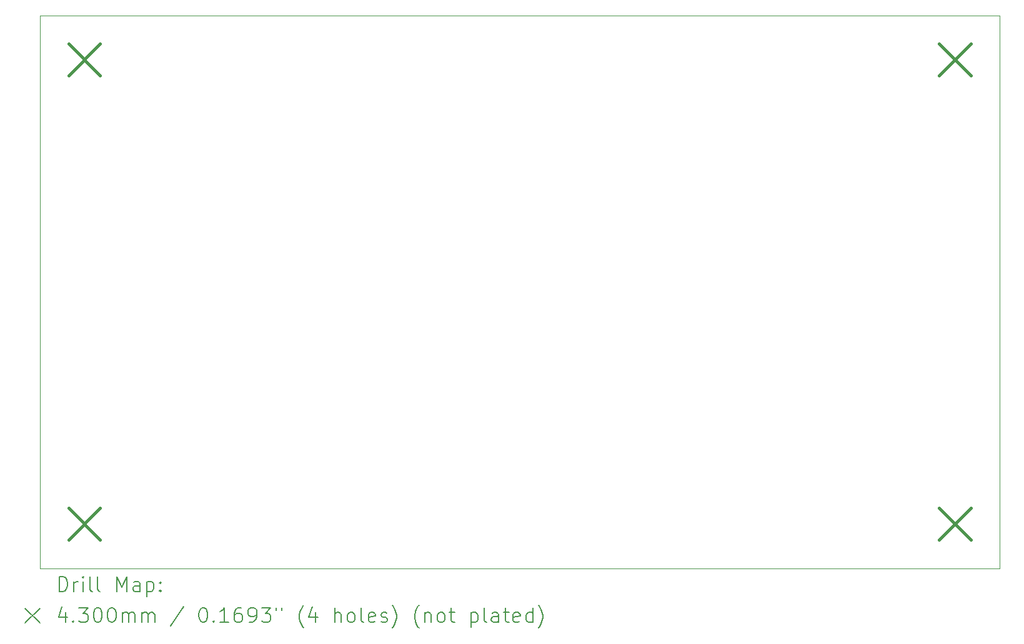
<source format=gbr>
%TF.GenerationSoftware,KiCad,Pcbnew,8.0.5*%
%TF.CreationDate,2024-11-10T22:18:10+02:00*%
%TF.ProjectId,LockBoard,4c6f636b-426f-4617-9264-2e6b69636164,rev?*%
%TF.SameCoordinates,Original*%
%TF.FileFunction,Drillmap*%
%TF.FilePolarity,Positive*%
%FSLAX45Y45*%
G04 Gerber Fmt 4.5, Leading zero omitted, Abs format (unit mm)*
G04 Created by KiCad (PCBNEW 8.0.5) date 2024-11-10 22:18:10*
%MOMM*%
%LPD*%
G01*
G04 APERTURE LIST*
%ADD10C,0.050000*%
%ADD11C,0.200000*%
%ADD12C,0.430000*%
G04 APERTURE END LIST*
D10*
X6250000Y-6400000D02*
X19250000Y-6400000D01*
X19250000Y-13900000D01*
X6250000Y-13900000D01*
X6250000Y-6400000D01*
D11*
D12*
X6635000Y-6785000D02*
X7065000Y-7215000D01*
X7065000Y-6785000D02*
X6635000Y-7215000D01*
X6635000Y-13085000D02*
X7065000Y-13515000D01*
X7065000Y-13085000D02*
X6635000Y-13515000D01*
X18435000Y-6785000D02*
X18865000Y-7215000D01*
X18865000Y-6785000D02*
X18435000Y-7215000D01*
X18435000Y-13085000D02*
X18865000Y-13515000D01*
X18865000Y-13085000D02*
X18435000Y-13515000D01*
D11*
X6508277Y-14213984D02*
X6508277Y-14013984D01*
X6508277Y-14013984D02*
X6555896Y-14013984D01*
X6555896Y-14013984D02*
X6584467Y-14023508D01*
X6584467Y-14023508D02*
X6603515Y-14042555D01*
X6603515Y-14042555D02*
X6613039Y-14061603D01*
X6613039Y-14061603D02*
X6622562Y-14099698D01*
X6622562Y-14099698D02*
X6622562Y-14128269D01*
X6622562Y-14128269D02*
X6613039Y-14166365D01*
X6613039Y-14166365D02*
X6603515Y-14185412D01*
X6603515Y-14185412D02*
X6584467Y-14204460D01*
X6584467Y-14204460D02*
X6555896Y-14213984D01*
X6555896Y-14213984D02*
X6508277Y-14213984D01*
X6708277Y-14213984D02*
X6708277Y-14080650D01*
X6708277Y-14118746D02*
X6717801Y-14099698D01*
X6717801Y-14099698D02*
X6727324Y-14090174D01*
X6727324Y-14090174D02*
X6746372Y-14080650D01*
X6746372Y-14080650D02*
X6765420Y-14080650D01*
X6832086Y-14213984D02*
X6832086Y-14080650D01*
X6832086Y-14013984D02*
X6822562Y-14023508D01*
X6822562Y-14023508D02*
X6832086Y-14033031D01*
X6832086Y-14033031D02*
X6841610Y-14023508D01*
X6841610Y-14023508D02*
X6832086Y-14013984D01*
X6832086Y-14013984D02*
X6832086Y-14033031D01*
X6955896Y-14213984D02*
X6936848Y-14204460D01*
X6936848Y-14204460D02*
X6927324Y-14185412D01*
X6927324Y-14185412D02*
X6927324Y-14013984D01*
X7060658Y-14213984D02*
X7041610Y-14204460D01*
X7041610Y-14204460D02*
X7032086Y-14185412D01*
X7032086Y-14185412D02*
X7032086Y-14013984D01*
X7289229Y-14213984D02*
X7289229Y-14013984D01*
X7289229Y-14013984D02*
X7355896Y-14156841D01*
X7355896Y-14156841D02*
X7422562Y-14013984D01*
X7422562Y-14013984D02*
X7422562Y-14213984D01*
X7603515Y-14213984D02*
X7603515Y-14109222D01*
X7603515Y-14109222D02*
X7593991Y-14090174D01*
X7593991Y-14090174D02*
X7574943Y-14080650D01*
X7574943Y-14080650D02*
X7536848Y-14080650D01*
X7536848Y-14080650D02*
X7517801Y-14090174D01*
X7603515Y-14204460D02*
X7584467Y-14213984D01*
X7584467Y-14213984D02*
X7536848Y-14213984D01*
X7536848Y-14213984D02*
X7517801Y-14204460D01*
X7517801Y-14204460D02*
X7508277Y-14185412D01*
X7508277Y-14185412D02*
X7508277Y-14166365D01*
X7508277Y-14166365D02*
X7517801Y-14147317D01*
X7517801Y-14147317D02*
X7536848Y-14137793D01*
X7536848Y-14137793D02*
X7584467Y-14137793D01*
X7584467Y-14137793D02*
X7603515Y-14128269D01*
X7698753Y-14080650D02*
X7698753Y-14280650D01*
X7698753Y-14090174D02*
X7717801Y-14080650D01*
X7717801Y-14080650D02*
X7755896Y-14080650D01*
X7755896Y-14080650D02*
X7774943Y-14090174D01*
X7774943Y-14090174D02*
X7784467Y-14099698D01*
X7784467Y-14099698D02*
X7793991Y-14118746D01*
X7793991Y-14118746D02*
X7793991Y-14175888D01*
X7793991Y-14175888D02*
X7784467Y-14194936D01*
X7784467Y-14194936D02*
X7774943Y-14204460D01*
X7774943Y-14204460D02*
X7755896Y-14213984D01*
X7755896Y-14213984D02*
X7717801Y-14213984D01*
X7717801Y-14213984D02*
X7698753Y-14204460D01*
X7879705Y-14194936D02*
X7889229Y-14204460D01*
X7889229Y-14204460D02*
X7879705Y-14213984D01*
X7879705Y-14213984D02*
X7870182Y-14204460D01*
X7870182Y-14204460D02*
X7879705Y-14194936D01*
X7879705Y-14194936D02*
X7879705Y-14213984D01*
X7879705Y-14090174D02*
X7889229Y-14099698D01*
X7889229Y-14099698D02*
X7879705Y-14109222D01*
X7879705Y-14109222D02*
X7870182Y-14099698D01*
X7870182Y-14099698D02*
X7879705Y-14090174D01*
X7879705Y-14090174D02*
X7879705Y-14109222D01*
X6047500Y-14442500D02*
X6247500Y-14642500D01*
X6247500Y-14442500D02*
X6047500Y-14642500D01*
X6593991Y-14500650D02*
X6593991Y-14633984D01*
X6546372Y-14424460D02*
X6498753Y-14567317D01*
X6498753Y-14567317D02*
X6622562Y-14567317D01*
X6698753Y-14614936D02*
X6708277Y-14624460D01*
X6708277Y-14624460D02*
X6698753Y-14633984D01*
X6698753Y-14633984D02*
X6689229Y-14624460D01*
X6689229Y-14624460D02*
X6698753Y-14614936D01*
X6698753Y-14614936D02*
X6698753Y-14633984D01*
X6774943Y-14433984D02*
X6898753Y-14433984D01*
X6898753Y-14433984D02*
X6832086Y-14510174D01*
X6832086Y-14510174D02*
X6860658Y-14510174D01*
X6860658Y-14510174D02*
X6879705Y-14519698D01*
X6879705Y-14519698D02*
X6889229Y-14529222D01*
X6889229Y-14529222D02*
X6898753Y-14548269D01*
X6898753Y-14548269D02*
X6898753Y-14595888D01*
X6898753Y-14595888D02*
X6889229Y-14614936D01*
X6889229Y-14614936D02*
X6879705Y-14624460D01*
X6879705Y-14624460D02*
X6860658Y-14633984D01*
X6860658Y-14633984D02*
X6803515Y-14633984D01*
X6803515Y-14633984D02*
X6784467Y-14624460D01*
X6784467Y-14624460D02*
X6774943Y-14614936D01*
X7022562Y-14433984D02*
X7041610Y-14433984D01*
X7041610Y-14433984D02*
X7060658Y-14443508D01*
X7060658Y-14443508D02*
X7070182Y-14453031D01*
X7070182Y-14453031D02*
X7079705Y-14472079D01*
X7079705Y-14472079D02*
X7089229Y-14510174D01*
X7089229Y-14510174D02*
X7089229Y-14557793D01*
X7089229Y-14557793D02*
X7079705Y-14595888D01*
X7079705Y-14595888D02*
X7070182Y-14614936D01*
X7070182Y-14614936D02*
X7060658Y-14624460D01*
X7060658Y-14624460D02*
X7041610Y-14633984D01*
X7041610Y-14633984D02*
X7022562Y-14633984D01*
X7022562Y-14633984D02*
X7003515Y-14624460D01*
X7003515Y-14624460D02*
X6993991Y-14614936D01*
X6993991Y-14614936D02*
X6984467Y-14595888D01*
X6984467Y-14595888D02*
X6974943Y-14557793D01*
X6974943Y-14557793D02*
X6974943Y-14510174D01*
X6974943Y-14510174D02*
X6984467Y-14472079D01*
X6984467Y-14472079D02*
X6993991Y-14453031D01*
X6993991Y-14453031D02*
X7003515Y-14443508D01*
X7003515Y-14443508D02*
X7022562Y-14433984D01*
X7213039Y-14433984D02*
X7232086Y-14433984D01*
X7232086Y-14433984D02*
X7251134Y-14443508D01*
X7251134Y-14443508D02*
X7260658Y-14453031D01*
X7260658Y-14453031D02*
X7270182Y-14472079D01*
X7270182Y-14472079D02*
X7279705Y-14510174D01*
X7279705Y-14510174D02*
X7279705Y-14557793D01*
X7279705Y-14557793D02*
X7270182Y-14595888D01*
X7270182Y-14595888D02*
X7260658Y-14614936D01*
X7260658Y-14614936D02*
X7251134Y-14624460D01*
X7251134Y-14624460D02*
X7232086Y-14633984D01*
X7232086Y-14633984D02*
X7213039Y-14633984D01*
X7213039Y-14633984D02*
X7193991Y-14624460D01*
X7193991Y-14624460D02*
X7184467Y-14614936D01*
X7184467Y-14614936D02*
X7174943Y-14595888D01*
X7174943Y-14595888D02*
X7165420Y-14557793D01*
X7165420Y-14557793D02*
X7165420Y-14510174D01*
X7165420Y-14510174D02*
X7174943Y-14472079D01*
X7174943Y-14472079D02*
X7184467Y-14453031D01*
X7184467Y-14453031D02*
X7193991Y-14443508D01*
X7193991Y-14443508D02*
X7213039Y-14433984D01*
X7365420Y-14633984D02*
X7365420Y-14500650D01*
X7365420Y-14519698D02*
X7374943Y-14510174D01*
X7374943Y-14510174D02*
X7393991Y-14500650D01*
X7393991Y-14500650D02*
X7422563Y-14500650D01*
X7422563Y-14500650D02*
X7441610Y-14510174D01*
X7441610Y-14510174D02*
X7451134Y-14529222D01*
X7451134Y-14529222D02*
X7451134Y-14633984D01*
X7451134Y-14529222D02*
X7460658Y-14510174D01*
X7460658Y-14510174D02*
X7479705Y-14500650D01*
X7479705Y-14500650D02*
X7508277Y-14500650D01*
X7508277Y-14500650D02*
X7527324Y-14510174D01*
X7527324Y-14510174D02*
X7536848Y-14529222D01*
X7536848Y-14529222D02*
X7536848Y-14633984D01*
X7632086Y-14633984D02*
X7632086Y-14500650D01*
X7632086Y-14519698D02*
X7641610Y-14510174D01*
X7641610Y-14510174D02*
X7660658Y-14500650D01*
X7660658Y-14500650D02*
X7689229Y-14500650D01*
X7689229Y-14500650D02*
X7708277Y-14510174D01*
X7708277Y-14510174D02*
X7717801Y-14529222D01*
X7717801Y-14529222D02*
X7717801Y-14633984D01*
X7717801Y-14529222D02*
X7727324Y-14510174D01*
X7727324Y-14510174D02*
X7746372Y-14500650D01*
X7746372Y-14500650D02*
X7774943Y-14500650D01*
X7774943Y-14500650D02*
X7793991Y-14510174D01*
X7793991Y-14510174D02*
X7803515Y-14529222D01*
X7803515Y-14529222D02*
X7803515Y-14633984D01*
X8193991Y-14424460D02*
X8022563Y-14681603D01*
X8451134Y-14433984D02*
X8470182Y-14433984D01*
X8470182Y-14433984D02*
X8489229Y-14443508D01*
X8489229Y-14443508D02*
X8498753Y-14453031D01*
X8498753Y-14453031D02*
X8508277Y-14472079D01*
X8508277Y-14472079D02*
X8517801Y-14510174D01*
X8517801Y-14510174D02*
X8517801Y-14557793D01*
X8517801Y-14557793D02*
X8508277Y-14595888D01*
X8508277Y-14595888D02*
X8498753Y-14614936D01*
X8498753Y-14614936D02*
X8489229Y-14624460D01*
X8489229Y-14624460D02*
X8470182Y-14633984D01*
X8470182Y-14633984D02*
X8451134Y-14633984D01*
X8451134Y-14633984D02*
X8432087Y-14624460D01*
X8432087Y-14624460D02*
X8422563Y-14614936D01*
X8422563Y-14614936D02*
X8413039Y-14595888D01*
X8413039Y-14595888D02*
X8403515Y-14557793D01*
X8403515Y-14557793D02*
X8403515Y-14510174D01*
X8403515Y-14510174D02*
X8413039Y-14472079D01*
X8413039Y-14472079D02*
X8422563Y-14453031D01*
X8422563Y-14453031D02*
X8432087Y-14443508D01*
X8432087Y-14443508D02*
X8451134Y-14433984D01*
X8603515Y-14614936D02*
X8613039Y-14624460D01*
X8613039Y-14624460D02*
X8603515Y-14633984D01*
X8603515Y-14633984D02*
X8593991Y-14624460D01*
X8593991Y-14624460D02*
X8603515Y-14614936D01*
X8603515Y-14614936D02*
X8603515Y-14633984D01*
X8803515Y-14633984D02*
X8689229Y-14633984D01*
X8746372Y-14633984D02*
X8746372Y-14433984D01*
X8746372Y-14433984D02*
X8727325Y-14462555D01*
X8727325Y-14462555D02*
X8708277Y-14481603D01*
X8708277Y-14481603D02*
X8689229Y-14491127D01*
X8974944Y-14433984D02*
X8936848Y-14433984D01*
X8936848Y-14433984D02*
X8917801Y-14443508D01*
X8917801Y-14443508D02*
X8908277Y-14453031D01*
X8908277Y-14453031D02*
X8889229Y-14481603D01*
X8889229Y-14481603D02*
X8879706Y-14519698D01*
X8879706Y-14519698D02*
X8879706Y-14595888D01*
X8879706Y-14595888D02*
X8889229Y-14614936D01*
X8889229Y-14614936D02*
X8898753Y-14624460D01*
X8898753Y-14624460D02*
X8917801Y-14633984D01*
X8917801Y-14633984D02*
X8955896Y-14633984D01*
X8955896Y-14633984D02*
X8974944Y-14624460D01*
X8974944Y-14624460D02*
X8984468Y-14614936D01*
X8984468Y-14614936D02*
X8993991Y-14595888D01*
X8993991Y-14595888D02*
X8993991Y-14548269D01*
X8993991Y-14548269D02*
X8984468Y-14529222D01*
X8984468Y-14529222D02*
X8974944Y-14519698D01*
X8974944Y-14519698D02*
X8955896Y-14510174D01*
X8955896Y-14510174D02*
X8917801Y-14510174D01*
X8917801Y-14510174D02*
X8898753Y-14519698D01*
X8898753Y-14519698D02*
X8889229Y-14529222D01*
X8889229Y-14529222D02*
X8879706Y-14548269D01*
X9089229Y-14633984D02*
X9127325Y-14633984D01*
X9127325Y-14633984D02*
X9146372Y-14624460D01*
X9146372Y-14624460D02*
X9155896Y-14614936D01*
X9155896Y-14614936D02*
X9174944Y-14586365D01*
X9174944Y-14586365D02*
X9184468Y-14548269D01*
X9184468Y-14548269D02*
X9184468Y-14472079D01*
X9184468Y-14472079D02*
X9174944Y-14453031D01*
X9174944Y-14453031D02*
X9165420Y-14443508D01*
X9165420Y-14443508D02*
X9146372Y-14433984D01*
X9146372Y-14433984D02*
X9108277Y-14433984D01*
X9108277Y-14433984D02*
X9089229Y-14443508D01*
X9089229Y-14443508D02*
X9079706Y-14453031D01*
X9079706Y-14453031D02*
X9070182Y-14472079D01*
X9070182Y-14472079D02*
X9070182Y-14519698D01*
X9070182Y-14519698D02*
X9079706Y-14538746D01*
X9079706Y-14538746D02*
X9089229Y-14548269D01*
X9089229Y-14548269D02*
X9108277Y-14557793D01*
X9108277Y-14557793D02*
X9146372Y-14557793D01*
X9146372Y-14557793D02*
X9165420Y-14548269D01*
X9165420Y-14548269D02*
X9174944Y-14538746D01*
X9174944Y-14538746D02*
X9184468Y-14519698D01*
X9251134Y-14433984D02*
X9374944Y-14433984D01*
X9374944Y-14433984D02*
X9308277Y-14510174D01*
X9308277Y-14510174D02*
X9336849Y-14510174D01*
X9336849Y-14510174D02*
X9355896Y-14519698D01*
X9355896Y-14519698D02*
X9365420Y-14529222D01*
X9365420Y-14529222D02*
X9374944Y-14548269D01*
X9374944Y-14548269D02*
X9374944Y-14595888D01*
X9374944Y-14595888D02*
X9365420Y-14614936D01*
X9365420Y-14614936D02*
X9355896Y-14624460D01*
X9355896Y-14624460D02*
X9336849Y-14633984D01*
X9336849Y-14633984D02*
X9279706Y-14633984D01*
X9279706Y-14633984D02*
X9260658Y-14624460D01*
X9260658Y-14624460D02*
X9251134Y-14614936D01*
X9451134Y-14433984D02*
X9451134Y-14472079D01*
X9527325Y-14433984D02*
X9527325Y-14472079D01*
X9822563Y-14710174D02*
X9813039Y-14700650D01*
X9813039Y-14700650D02*
X9793991Y-14672079D01*
X9793991Y-14672079D02*
X9784468Y-14653031D01*
X9784468Y-14653031D02*
X9774944Y-14624460D01*
X9774944Y-14624460D02*
X9765420Y-14576841D01*
X9765420Y-14576841D02*
X9765420Y-14538746D01*
X9765420Y-14538746D02*
X9774944Y-14491127D01*
X9774944Y-14491127D02*
X9784468Y-14462555D01*
X9784468Y-14462555D02*
X9793991Y-14443508D01*
X9793991Y-14443508D02*
X9813039Y-14414936D01*
X9813039Y-14414936D02*
X9822563Y-14405412D01*
X9984468Y-14500650D02*
X9984468Y-14633984D01*
X9936849Y-14424460D02*
X9889230Y-14567317D01*
X9889230Y-14567317D02*
X10013039Y-14567317D01*
X10241611Y-14633984D02*
X10241611Y-14433984D01*
X10327325Y-14633984D02*
X10327325Y-14529222D01*
X10327325Y-14529222D02*
X10317801Y-14510174D01*
X10317801Y-14510174D02*
X10298753Y-14500650D01*
X10298753Y-14500650D02*
X10270182Y-14500650D01*
X10270182Y-14500650D02*
X10251134Y-14510174D01*
X10251134Y-14510174D02*
X10241611Y-14519698D01*
X10451134Y-14633984D02*
X10432087Y-14624460D01*
X10432087Y-14624460D02*
X10422563Y-14614936D01*
X10422563Y-14614936D02*
X10413039Y-14595888D01*
X10413039Y-14595888D02*
X10413039Y-14538746D01*
X10413039Y-14538746D02*
X10422563Y-14519698D01*
X10422563Y-14519698D02*
X10432087Y-14510174D01*
X10432087Y-14510174D02*
X10451134Y-14500650D01*
X10451134Y-14500650D02*
X10479706Y-14500650D01*
X10479706Y-14500650D02*
X10498753Y-14510174D01*
X10498753Y-14510174D02*
X10508277Y-14519698D01*
X10508277Y-14519698D02*
X10517801Y-14538746D01*
X10517801Y-14538746D02*
X10517801Y-14595888D01*
X10517801Y-14595888D02*
X10508277Y-14614936D01*
X10508277Y-14614936D02*
X10498753Y-14624460D01*
X10498753Y-14624460D02*
X10479706Y-14633984D01*
X10479706Y-14633984D02*
X10451134Y-14633984D01*
X10632087Y-14633984D02*
X10613039Y-14624460D01*
X10613039Y-14624460D02*
X10603515Y-14605412D01*
X10603515Y-14605412D02*
X10603515Y-14433984D01*
X10784468Y-14624460D02*
X10765420Y-14633984D01*
X10765420Y-14633984D02*
X10727325Y-14633984D01*
X10727325Y-14633984D02*
X10708277Y-14624460D01*
X10708277Y-14624460D02*
X10698753Y-14605412D01*
X10698753Y-14605412D02*
X10698753Y-14529222D01*
X10698753Y-14529222D02*
X10708277Y-14510174D01*
X10708277Y-14510174D02*
X10727325Y-14500650D01*
X10727325Y-14500650D02*
X10765420Y-14500650D01*
X10765420Y-14500650D02*
X10784468Y-14510174D01*
X10784468Y-14510174D02*
X10793992Y-14529222D01*
X10793992Y-14529222D02*
X10793992Y-14548269D01*
X10793992Y-14548269D02*
X10698753Y-14567317D01*
X10870182Y-14624460D02*
X10889230Y-14633984D01*
X10889230Y-14633984D02*
X10927325Y-14633984D01*
X10927325Y-14633984D02*
X10946373Y-14624460D01*
X10946373Y-14624460D02*
X10955896Y-14605412D01*
X10955896Y-14605412D02*
X10955896Y-14595888D01*
X10955896Y-14595888D02*
X10946373Y-14576841D01*
X10946373Y-14576841D02*
X10927325Y-14567317D01*
X10927325Y-14567317D02*
X10898753Y-14567317D01*
X10898753Y-14567317D02*
X10879706Y-14557793D01*
X10879706Y-14557793D02*
X10870182Y-14538746D01*
X10870182Y-14538746D02*
X10870182Y-14529222D01*
X10870182Y-14529222D02*
X10879706Y-14510174D01*
X10879706Y-14510174D02*
X10898753Y-14500650D01*
X10898753Y-14500650D02*
X10927325Y-14500650D01*
X10927325Y-14500650D02*
X10946373Y-14510174D01*
X11022563Y-14710174D02*
X11032087Y-14700650D01*
X11032087Y-14700650D02*
X11051134Y-14672079D01*
X11051134Y-14672079D02*
X11060658Y-14653031D01*
X11060658Y-14653031D02*
X11070182Y-14624460D01*
X11070182Y-14624460D02*
X11079706Y-14576841D01*
X11079706Y-14576841D02*
X11079706Y-14538746D01*
X11079706Y-14538746D02*
X11070182Y-14491127D01*
X11070182Y-14491127D02*
X11060658Y-14462555D01*
X11060658Y-14462555D02*
X11051134Y-14443508D01*
X11051134Y-14443508D02*
X11032087Y-14414936D01*
X11032087Y-14414936D02*
X11022563Y-14405412D01*
X11384468Y-14710174D02*
X11374944Y-14700650D01*
X11374944Y-14700650D02*
X11355896Y-14672079D01*
X11355896Y-14672079D02*
X11346372Y-14653031D01*
X11346372Y-14653031D02*
X11336849Y-14624460D01*
X11336849Y-14624460D02*
X11327325Y-14576841D01*
X11327325Y-14576841D02*
X11327325Y-14538746D01*
X11327325Y-14538746D02*
X11336849Y-14491127D01*
X11336849Y-14491127D02*
X11346372Y-14462555D01*
X11346372Y-14462555D02*
X11355896Y-14443508D01*
X11355896Y-14443508D02*
X11374944Y-14414936D01*
X11374944Y-14414936D02*
X11384468Y-14405412D01*
X11460658Y-14500650D02*
X11460658Y-14633984D01*
X11460658Y-14519698D02*
X11470182Y-14510174D01*
X11470182Y-14510174D02*
X11489230Y-14500650D01*
X11489230Y-14500650D02*
X11517801Y-14500650D01*
X11517801Y-14500650D02*
X11536849Y-14510174D01*
X11536849Y-14510174D02*
X11546372Y-14529222D01*
X11546372Y-14529222D02*
X11546372Y-14633984D01*
X11670182Y-14633984D02*
X11651134Y-14624460D01*
X11651134Y-14624460D02*
X11641611Y-14614936D01*
X11641611Y-14614936D02*
X11632087Y-14595888D01*
X11632087Y-14595888D02*
X11632087Y-14538746D01*
X11632087Y-14538746D02*
X11641611Y-14519698D01*
X11641611Y-14519698D02*
X11651134Y-14510174D01*
X11651134Y-14510174D02*
X11670182Y-14500650D01*
X11670182Y-14500650D02*
X11698753Y-14500650D01*
X11698753Y-14500650D02*
X11717801Y-14510174D01*
X11717801Y-14510174D02*
X11727325Y-14519698D01*
X11727325Y-14519698D02*
X11736849Y-14538746D01*
X11736849Y-14538746D02*
X11736849Y-14595888D01*
X11736849Y-14595888D02*
X11727325Y-14614936D01*
X11727325Y-14614936D02*
X11717801Y-14624460D01*
X11717801Y-14624460D02*
X11698753Y-14633984D01*
X11698753Y-14633984D02*
X11670182Y-14633984D01*
X11793992Y-14500650D02*
X11870182Y-14500650D01*
X11822563Y-14433984D02*
X11822563Y-14605412D01*
X11822563Y-14605412D02*
X11832087Y-14624460D01*
X11832087Y-14624460D02*
X11851134Y-14633984D01*
X11851134Y-14633984D02*
X11870182Y-14633984D01*
X12089230Y-14500650D02*
X12089230Y-14700650D01*
X12089230Y-14510174D02*
X12108277Y-14500650D01*
X12108277Y-14500650D02*
X12146373Y-14500650D01*
X12146373Y-14500650D02*
X12165420Y-14510174D01*
X12165420Y-14510174D02*
X12174944Y-14519698D01*
X12174944Y-14519698D02*
X12184468Y-14538746D01*
X12184468Y-14538746D02*
X12184468Y-14595888D01*
X12184468Y-14595888D02*
X12174944Y-14614936D01*
X12174944Y-14614936D02*
X12165420Y-14624460D01*
X12165420Y-14624460D02*
X12146373Y-14633984D01*
X12146373Y-14633984D02*
X12108277Y-14633984D01*
X12108277Y-14633984D02*
X12089230Y-14624460D01*
X12298753Y-14633984D02*
X12279706Y-14624460D01*
X12279706Y-14624460D02*
X12270182Y-14605412D01*
X12270182Y-14605412D02*
X12270182Y-14433984D01*
X12460658Y-14633984D02*
X12460658Y-14529222D01*
X12460658Y-14529222D02*
X12451134Y-14510174D01*
X12451134Y-14510174D02*
X12432087Y-14500650D01*
X12432087Y-14500650D02*
X12393992Y-14500650D01*
X12393992Y-14500650D02*
X12374944Y-14510174D01*
X12460658Y-14624460D02*
X12441611Y-14633984D01*
X12441611Y-14633984D02*
X12393992Y-14633984D01*
X12393992Y-14633984D02*
X12374944Y-14624460D01*
X12374944Y-14624460D02*
X12365420Y-14605412D01*
X12365420Y-14605412D02*
X12365420Y-14586365D01*
X12365420Y-14586365D02*
X12374944Y-14567317D01*
X12374944Y-14567317D02*
X12393992Y-14557793D01*
X12393992Y-14557793D02*
X12441611Y-14557793D01*
X12441611Y-14557793D02*
X12460658Y-14548269D01*
X12527325Y-14500650D02*
X12603515Y-14500650D01*
X12555896Y-14433984D02*
X12555896Y-14605412D01*
X12555896Y-14605412D02*
X12565420Y-14624460D01*
X12565420Y-14624460D02*
X12584468Y-14633984D01*
X12584468Y-14633984D02*
X12603515Y-14633984D01*
X12746373Y-14624460D02*
X12727325Y-14633984D01*
X12727325Y-14633984D02*
X12689230Y-14633984D01*
X12689230Y-14633984D02*
X12670182Y-14624460D01*
X12670182Y-14624460D02*
X12660658Y-14605412D01*
X12660658Y-14605412D02*
X12660658Y-14529222D01*
X12660658Y-14529222D02*
X12670182Y-14510174D01*
X12670182Y-14510174D02*
X12689230Y-14500650D01*
X12689230Y-14500650D02*
X12727325Y-14500650D01*
X12727325Y-14500650D02*
X12746373Y-14510174D01*
X12746373Y-14510174D02*
X12755896Y-14529222D01*
X12755896Y-14529222D02*
X12755896Y-14548269D01*
X12755896Y-14548269D02*
X12660658Y-14567317D01*
X12927325Y-14633984D02*
X12927325Y-14433984D01*
X12927325Y-14624460D02*
X12908277Y-14633984D01*
X12908277Y-14633984D02*
X12870182Y-14633984D01*
X12870182Y-14633984D02*
X12851134Y-14624460D01*
X12851134Y-14624460D02*
X12841611Y-14614936D01*
X12841611Y-14614936D02*
X12832087Y-14595888D01*
X12832087Y-14595888D02*
X12832087Y-14538746D01*
X12832087Y-14538746D02*
X12841611Y-14519698D01*
X12841611Y-14519698D02*
X12851134Y-14510174D01*
X12851134Y-14510174D02*
X12870182Y-14500650D01*
X12870182Y-14500650D02*
X12908277Y-14500650D01*
X12908277Y-14500650D02*
X12927325Y-14510174D01*
X13003515Y-14710174D02*
X13013039Y-14700650D01*
X13013039Y-14700650D02*
X13032087Y-14672079D01*
X13032087Y-14672079D02*
X13041611Y-14653031D01*
X13041611Y-14653031D02*
X13051134Y-14624460D01*
X13051134Y-14624460D02*
X13060658Y-14576841D01*
X13060658Y-14576841D02*
X13060658Y-14538746D01*
X13060658Y-14538746D02*
X13051134Y-14491127D01*
X13051134Y-14491127D02*
X13041611Y-14462555D01*
X13041611Y-14462555D02*
X13032087Y-14443508D01*
X13032087Y-14443508D02*
X13013039Y-14414936D01*
X13013039Y-14414936D02*
X13003515Y-14405412D01*
M02*

</source>
